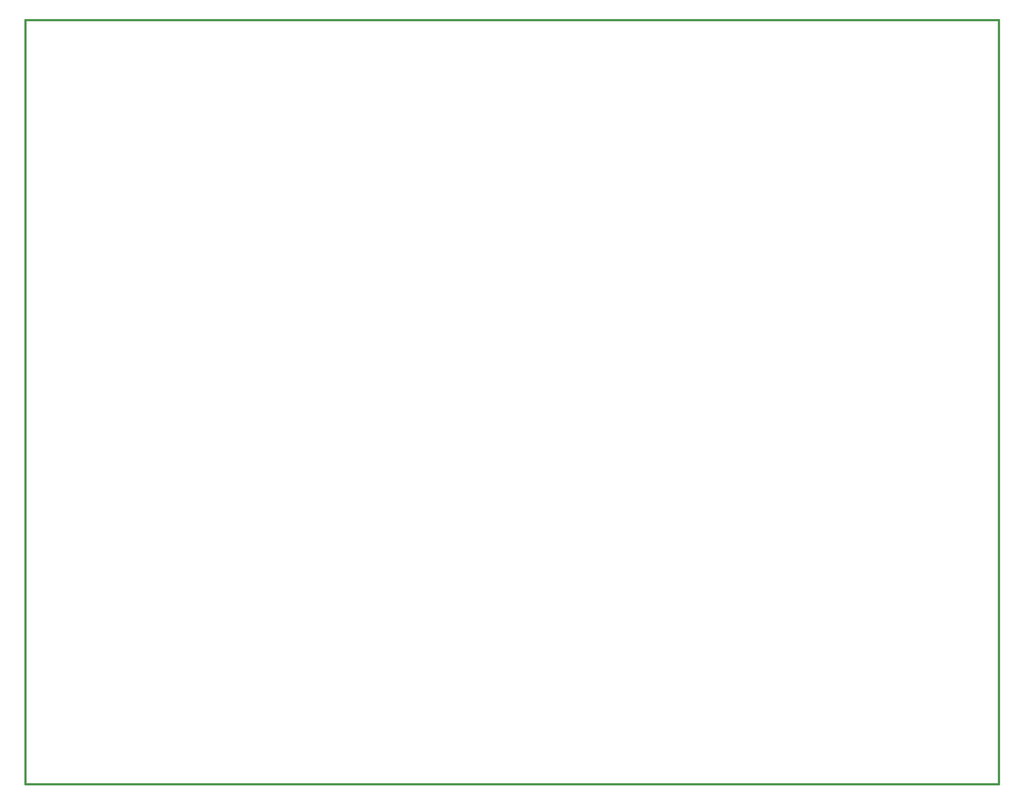
<source format=gbr>
G04 (created by PCBNEW (2013-mar-13)-testing) date Mon 18 Nov 2013 03:51:11 PM PST*
%MOIN*%
G04 Gerber Fmt 3.4, Leading zero omitted, Abs format*
%FSLAX34Y34*%
G01*
G70*
G90*
G04 APERTURE LIST*
%ADD10C,0.005906*%
%ADD11C,0.015000*%
G04 APERTURE END LIST*
G54D10*
G54D11*
X24015Y-63385D02*
X24015Y-5905D01*
X97244Y-63385D02*
X24015Y-63385D01*
X97244Y-5905D02*
X97244Y-63385D01*
X24015Y-5905D02*
X97244Y-5905D01*
M02*

</source>
